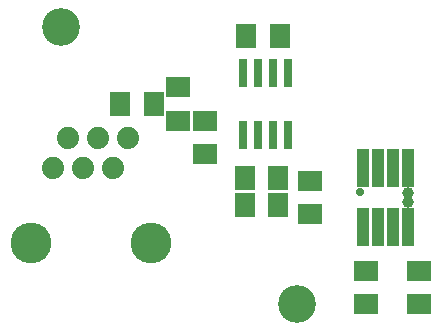
<source format=gbs>
G75*
G70*
%OFA0B0*%
%FSLAX24Y24*%
%IPPOS*%
%LPD*%
%AMOC8*
5,1,8,0,0,1.08239X$1,22.5*
%
%ADD10C,0.1261*%
%ADD11R,0.0789X0.0710*%
%ADD12R,0.0316X0.0946*%
%ADD13R,0.0434X0.1261*%
%ADD14C,0.0395*%
%ADD15C,0.0277*%
%ADD16R,0.0790X0.0710*%
%ADD17R,0.0710X0.0790*%
%ADD18C,0.0740*%
%ADD19C,0.1360*%
D10*
X013092Y001576D03*
X005218Y010828D03*
D11*
X010011Y007681D03*
X010011Y006578D03*
X015386Y002681D03*
X015386Y001578D03*
X017136Y001578D03*
X017136Y002681D03*
D12*
X012761Y007231D03*
X012261Y007231D03*
X011761Y007231D03*
X011261Y007231D03*
X011261Y009278D03*
X011761Y009278D03*
X012261Y009278D03*
X012761Y009278D03*
D13*
X015261Y006114D03*
X015761Y006114D03*
X016261Y006114D03*
X016761Y006114D03*
X016761Y004145D03*
X016261Y004145D03*
X015761Y004145D03*
X015261Y004145D03*
D14*
X016761Y004972D03*
X016761Y005287D03*
D15*
X015165Y005326D03*
D16*
X013511Y005689D03*
X013511Y004570D03*
X009119Y007684D03*
X009119Y008804D03*
D17*
X008304Y008244D03*
X007184Y008244D03*
X011377Y010514D03*
X012496Y010514D03*
X012454Y005787D03*
X011334Y005787D03*
X011327Y004880D03*
X012446Y004880D03*
D18*
X007456Y007124D03*
X006456Y007124D03*
X005456Y007124D03*
X004956Y006124D03*
X005956Y006124D03*
X006956Y006124D03*
D19*
X004206Y003624D03*
X008206Y003624D03*
M02*

</source>
